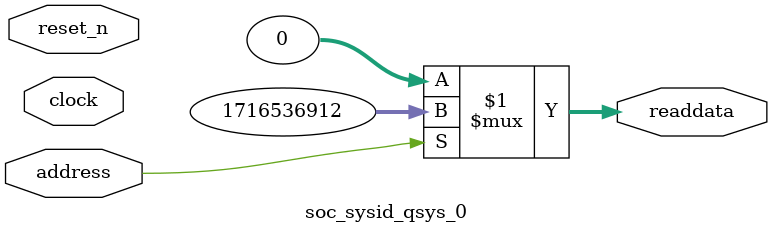
<source format=v>



// synthesis translate_off
`timescale 1ns / 1ps
// synthesis translate_on

// turn off superfluous verilog processor warnings 
// altera message_level Level1 
// altera message_off 10034 10035 10036 10037 10230 10240 10030 

module soc_sysid_qsys_0 (
               // inputs:
                address,
                clock,
                reset_n,

               // outputs:
                readdata
             )
;

  output  [ 31: 0] readdata;
  input            address;
  input            clock;
  input            reset_n;

  wire    [ 31: 0] readdata;
  //control_slave, which is an e_avalon_slave
  assign readdata = address ? 1716536912 : 0;

endmodule



</source>
